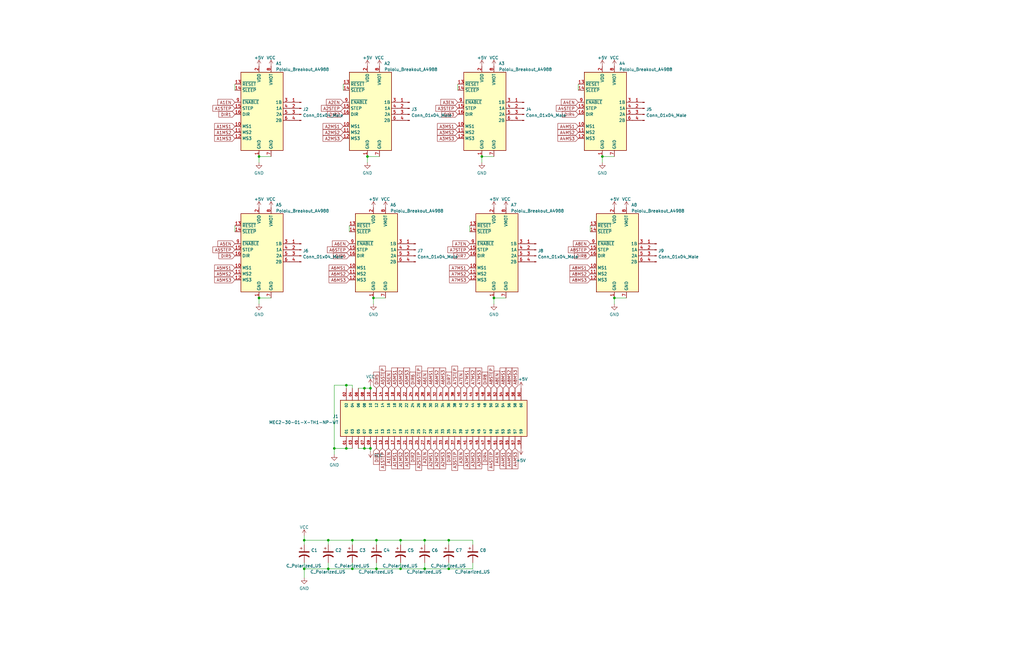
<source format=kicad_sch>
(kicad_sch (version 20211123) (generator eeschema)
  (paper "B")
  (lib_symbols
    (symbol "Connector:Conn_01x04_Male" (pin_names (offset 1.016) hide)
      (property "Reference" "J" (at 0 5.08 0))
      (property "Value" "Conn_01x04_Male" (at 0 -7.62 0))
      (symbol "Conn_01x04_Male_1_1"
        (polyline (pts (xy 1.27 -5.08) (xy 0.8636 -5.08)) (stroke (width 0.1524)))
        (polyline (pts (xy 1.27 -2.54) (xy 0.8636 -2.54)) (stroke (width 0.1524)))
        (polyline (pts (xy 1.27 0) (xy 0.8636 0)) (stroke (width 0.1524)))
        (polyline (pts (xy 1.27 2.54) (xy 0.8636 2.54)) (stroke (width 0.1524)))
        (rectangle (start 0.8636 -4.953) (end 0 -5.207) (stroke (width 0.1524)) (fill (type outline)))
        (rectangle (start 0.8636 -2.413) (end 0 -2.667) (stroke (width 0.1524)) (fill (type outline)))
        (rectangle (start 0.8636 0.127) (end 0 -0.127) (stroke (width 0.1524)) (fill (type outline)))
        (rectangle (start 0.8636 2.667) (end 0 2.413) (stroke (width 0.1524)) (fill (type outline)))
        (pin passive line (at 5.08 2.54 180) (length 3.81) (name "Pin_1") (number "1"))
        (pin passive line (at 5.08 0 180) (length 3.81) (name "Pin_2") (number "2"))
        (pin passive line (at 5.08 -2.54 180) (length 3.81) (name "Pin_3") (number "3"))
        (pin passive line (at 5.08 -5.08 180) (length 3.81) (name "Pin_4") (number "4"))
      )
    )
    (symbol "Device:C_Polarized_US" (pin_numbers hide) (pin_names (offset 0.254) hide)
      (property "Reference" "C" (at 0.635 2.54 0))
      (property "Value" "C_Polarized_US" (at 0.635 -2.54 0))
      (symbol "C_Polarized_US_0_1"
        (polyline (pts (xy -2.032 0.762) (xy 2.032 0.762)) (stroke (width 0.508)))
        (polyline (pts (xy -1.778 2.286) (xy -0.762 2.286)))
        (polyline (pts (xy -1.27 1.778) (xy -1.27 2.794)))
        (arc (start 2.032 -1.27) (mid 0 -0.5572) (end -2.032 -1.27) (stroke (width 0.508)))
      )
      (symbol "C_Polarized_US_1_1"
        (pin passive line (at 0 3.81 270) (length 2.794) (name "~") (number "1"))
        (pin passive line (at 0 -3.81 90) (length 3.302) (name "~") (number "2"))
      )
    )
    (symbol "Driver_Motor:Pololu_Breakout_A4988"
      (property "Reference" "A" (at -2.54 19.05 0))
      (property "Value" "Pololu_Breakout_A4988" (at -2.54 16.51 0))
      (symbol "Pololu_Breakout_A4988_0_1"
        (rectangle (start 10.16 -17.78) (end -7.62 15.24) (stroke (width 0.254)) (fill (type background)))
      )
      (symbol "Pololu_Breakout_A4988_1_1"
        (pin power_in line (at 0 -20.32 90) (length 2.54) (name "GND") (number "1"))
        (pin input line (at -10.16 -7.62 0) (length 2.54) (name "MS1") (number "10"))
        (pin input line (at -10.16 -10.16 0) (length 2.54) (name "MS2") (number "11"))
        (pin input line (at -10.16 -12.7 0) (length 2.54) (name "MS3") (number "12"))
        (pin input line (at -10.16 10.16 0) (length 2.54) (name "~{RESET}") (number "13"))
        (pin input line (at -10.16 7.62 0) (length 2.54) (name "~{SLEEP}") (number "14"))
        (pin input line (at -10.16 0 0) (length 2.54) (name "STEP") (number "15"))
        (pin input line (at -10.16 -2.54 0) (length 2.54) (name "DIR") (number "16"))
        (pin power_in line (at 0 17.78 270) (length 2.54) (name "VDD") (number "2"))
        (pin output line (at 12.7 2.54 180) (length 2.54) (name "1B") (number "3"))
        (pin output line (at 12.7 0 180) (length 2.54) (name "1A") (number "4"))
        (pin output line (at 12.7 -2.54 180) (length 2.54) (name "2A") (number "5"))
        (pin output line (at 12.7 -5.08 180) (length 2.54) (name "2B") (number "6"))
        (pin power_in line (at 5.08 -20.32 90) (length 2.54) (name "GND") (number "7"))
        (pin power_in line (at 5.08 17.78 270) (length 2.54) (name "VMOT") (number "8"))
        (pin input line (at -10.16 2.54 0) (length 2.54) (name "~{ENABLE}") (number "9"))
      )
    )
    (symbol "MEC2-30-01-X-TH1-NP-WT:MEC2-30-01-X-TH1-NP-WT" (pin_names (offset 1.016))
      (property "Reference" "J" (at -7.62 39.37 0))
      (property "Value" "MEC2-30-01-X-TH1-NP-WT" (at -7.62 -43.18 0))
      (symbol "MEC2-30-01-X-TH1-NP-WT_0_0"
        (rectangle (start -7.62 -40.64) (end 7.62 38.1) (stroke (width 0.254)) (fill (type background)))
        (pin passive line (at -12.7 35.56 0) (length 5.08) (name "01") (number "01"))
        (pin passive line (at 12.7 35.56 180) (length 5.08) (name "02") (number "02"))
        (pin passive line (at -12.7 33.02 0) (length 5.08) (name "03") (number "03"))
        (pin passive line (at 12.7 33.02 180) (length 5.08) (name "04") (number "04"))
        (pin passive line (at -12.7 30.48 0) (length 5.08) (name "05") (number "05"))
        (pin passive line (at 12.7 30.48 180) (length 5.08) (name "06") (number "06"))
        (pin passive line (at -12.7 27.94 0) (length 5.08) (name "07") (number "07"))
        (pin passive line (at 12.7 27.94 180) (length 5.08) (name "08") (number "08"))
        (pin passive line (at -12.7 25.4 0) (length 5.08) (name "09") (number "09"))
        (pin passive line (at 12.7 25.4 180) (length 5.08) (name "10") (number "10"))
        (pin passive line (at -12.7 22.86 0) (length 5.08) (name "11") (number "11"))
        (pin passive line (at 12.7 22.86 180) (length 5.08) (name "12") (number "12"))
        (pin passive line (at -12.7 20.32 0) (length 5.08) (name "13") (number "13"))
        (pin passive line (at 12.7 20.32 180) (length 5.08) (name "14") (number "14"))
        (pin passive line (at -12.7 17.78 0) (length 5.08) (name "15") (number "15"))
        (pin passive line (at 12.7 17.78 180) (length 5.08) (name "16") (number "16"))
        (pin passive line (at -12.7 15.24 0) (length 5.08) (name "17") (number "17"))
        (pin passive line (at 12.7 15.24 180) (length 5.08) (name "18") (number "18"))
        (pin passive line (at -12.7 12.7 0) (length 5.08) (name "19") (number "19"))
        (pin passive line (at 12.7 12.7 180) (length 5.08) (name "20") (number "20"))
        (pin passive line (at -12.7 10.16 0) (length 5.08) (name "21") (number "21"))
        (pin passive line (at 12.7 10.16 180) (length 5.08) (name "22") (number "22"))
        (pin passive line (at -12.7 7.62 0) (length 5.08) (name "23") (number "23"))
        (pin passive line (at 12.7 7.62 180) (length 5.08) (name "24") (number "24"))
        (pin passive line (at -12.7 5.08 0) (length 5.08) (name "25") (number "25"))
        (pin passive line (at 12.7 5.08 180) (length 5.08) (name "26") (number "26"))
        (pin passive line (at -12.7 2.54 0) (length 5.08) (name "27") (number "27"))
        (pin passive line (at 12.7 2.54 180) (length 5.08) (name "28") (number "28"))
        (pin passive line (at -12.7 0 0) (length 5.08) (name "29") (number "29"))
        (pin passive line (at 12.7 0 180) (length 5.08) (name "30") (number "30"))
        (pin passive line (at -12.7 -2.54 0) (length 5.08) (name "31") (number "31"))
        (pin passive line (at 12.7 -2.54 180) (length 5.08) (name "32") (number "32"))
        (pin passive line (at -12.7 -5.08 0) (length 5.08) (name "33") (number "33"))
        (pin passive line (at 12.7 -5.08 180) (length 5.08) (name "34") (number "34"))
        (pin passive line (at -12.7 -7.62 0) (length 5.08) (name "35") (number "35"))
        (pin passive line (at 12.7 -7.62 180) (length 5.08) (name "36") (number "36"))
        (pin passive line (at -12.7 -10.16 0) (length 5.08) (name "37") (number "37"))
        (pin passive line (at 12.7 -10.16 180) (length 5.08) (name "38") (number "38"))
        (pin passive line (at -12.7 -12.7 0) (length 5.08) (name "39") (number "39"))
        (pin passive line (at 12.7 -12.7 180) (length 5.08) (name "40") (number "40"))
        (pin passive line (at -12.7 -15.24 0) (length 5.08) (name "41") (number "41"))
        (pin passive line (at 12.7 -15.24 180) (length 5.08) (name "42") (number "42"))
        (pin passive line (at -12.7 -17.78 0) (length 5.08) (name "43") (number "43"))
        (pin passive line (at 12.7 -17.78 180) (length 5.08) (name "44") (number "44"))
        (pin passive line (at -12.7 -20.32 0) (length 5.08) (name "45") (number "45"))
        (pin passive line (at 12.7 -20.32 180) (length 5.08) (name "46") (number "46"))
        (pin passive line (at -12.7 -22.86 0) (length 5.08) (name "47") (number "47"))
        (pin passive line (at 12.7 -22.86 180) (length 5.08) (name "48") (number "48"))
        (pin passive line (at -12.7 -25.4 0) (length 5.08) (name "49") (number "49"))
        (pin passive line (at 12.7 -25.4 180) (length 5.08) (name "50") (number "50"))
        (pin passive line (at -12.7 -27.94 0) (length 5.08) (name "51") (number "51"))
        (pin passive line (at 12.7 -27.94 180) (length 5.08) (name "52") (number "52"))
        (pin passive line (at -12.7 -30.48 0) (length 5.08) (name "53") (number "53"))
        (pin passive line (at 12.7 -30.48 180) (length 5.08) (name "54") (number "54"))
        (pin passive line (at -12.7 -33.02 0) (length 5.08) (name "55") (number "55"))
        (pin passive line (at 12.7 -33.02 180) (length 5.08) (name "56") (number "56"))
        (pin passive line (at -12.7 -35.56 0) (length 5.08) (name "57") (number "57"))
        (pin passive line (at 12.7 -35.56 180) (length 5.08) (name "58") (number "58"))
        (pin passive line (at -12.7 -38.1 0) (length 5.08) (name "59") (number "59"))
        (pin passive line (at 12.7 -38.1 180) (length 5.08) (name "60") (number "60"))
      )
    )
    (symbol "power:+5V" (power) (pin_names (offset 0))
      (property "Value" "+5V" (at 0 3.556 0))
      (symbol "+5V_0_1"
        (polyline (pts (xy -0.762 1.27) (xy 0 2.54)))
        (polyline (pts (xy 0 0) (xy 0 2.54)))
        (polyline (pts (xy 0 2.54) (xy 0.762 1.27)))
      )
      (symbol "+5V_1_1"
        (pin power_in line (at 0 0 90) (length 0) hide (name "+5V") (number "1"))
      )
    )
    (symbol "power:GND" (power) (pin_names (offset 0))
      (property "Value" "GND" (at 0 -3.81 0))
      (symbol "GND_0_1"
        (polyline (pts (xy 0 0) (xy 0 -1.27) (xy 1.27 -1.27) (xy 0 -2.54) (xy -1.27 -1.27) (xy 0 -1.27)))
      )
      (symbol "GND_1_1"
        (pin power_in line (at 0 0 270) (length 0) hide (name "GND") (number "1"))
      )
    )
    (symbol "power:VCC" (power) (pin_names (offset 0))
      (property "Value" "VCC" (at 0 3.81 0))
      (symbol "VCC_0_1"
        (polyline (pts (xy -0.762 1.27) (xy 0 2.54)))
        (polyline (pts (xy 0 0) (xy 0 2.54)))
        (polyline (pts (xy 0 2.54) (xy 0.762 1.27)))
      )
      (symbol "VCC_1_1"
        (pin power_in line (at 0 0 90) (length 0) hide (name "VCC") (number "1"))
      )
    )
  )
  (junction (at 156.21 189.23))
  (junction (at 153.67 189.23))
  (junction (at 158.75 227.965))
  (junction (at 203.2 66.04))
  (junction (at 140.97 189.23))
  (junction (at 148.59 240.03))
  (junction (at 128.27 227.965))
  (junction (at 109.22 125.73))
  (junction (at 189.23 227.965))
  (junction (at 146.05 162.56))
  (junction (at 189.23 240.03))
  (junction (at 156.21 163.83))
  (junction (at 208.28 125.73))
  (junction (at 146.05 189.23))
  (junction (at 157.48 125.73))
  (junction (at 168.91 240.03))
  (junction (at 254 66.04))
  (junction (at 154.94 66.04))
  (junction (at 259.08 125.73))
  (junction (at 128.27 240.03))
  (junction (at 153.67 163.83))
  (junction (at 109.22 66.04))
  (junction (at 148.59 227.965))
  (junction (at 138.43 227.965))
  (junction (at 158.75 240.03))
  (junction (at 179.07 240.03))
  (junction (at 179.07 227.965))
  (junction (at 138.43 240.03))
  (junction (at 168.91 227.965))
  (wire (pts (xy 99.06 95.25) (xy 99.06 97.79)))
  (wire (pts (xy 158.75 229.87) (xy 158.75 227.965)))
  (wire (pts (xy 157.48 125.73) (xy 162.56 125.73)))
  (wire (pts (xy 140.97 162.56) (xy 140.97 189.23)))
  (wire (pts (xy 148.59 162.56) (xy 146.05 162.56)))
  (wire (pts (xy 109.22 125.73) (xy 109.22 128.27)))
  (wire (pts (xy 148.59 240.03) (xy 138.43 240.03)))
  (wire (pts (xy 199.39 237.49) (xy 199.39 240.03)))
  (wire (pts (xy 146.05 162.56) (xy 140.97 162.56)))
  (wire (pts (xy 198.12 95.25) (xy 198.12 97.79)))
  (wire (pts (xy 199.39 240.03) (xy 189.23 240.03)))
  (wire (pts (xy 128.27 237.49) (xy 128.27 240.03)))
  (wire (pts (xy 147.32 95.25) (xy 147.32 97.79)))
  (wire (pts (xy 146.05 189.23) (xy 148.59 189.23)))
  (wire (pts (xy 146.05 189.23) (xy 140.97 189.23)))
  (wire (pts (xy 199.39 227.965) (xy 189.23 227.965)))
  (wire (pts (xy 203.2 66.04) (xy 208.28 66.04)))
  (wire (pts (xy 179.07 229.87) (xy 179.07 227.965)))
  (wire (pts (xy 157.48 125.73) (xy 157.48 128.27)))
  (wire (pts (xy 158.75 240.03) (xy 148.59 240.03)))
  (wire (pts (xy 154.94 66.04) (xy 160.02 66.04)))
  (wire (pts (xy 254 66.04) (xy 259.08 66.04)))
  (wire (pts (xy 189.23 227.965) (xy 179.07 227.965)))
  (wire (pts (xy 128.27 226.06) (xy 128.27 227.965)))
  (wire (pts (xy 189.23 237.49) (xy 189.23 240.03)))
  (wire (pts (xy 189.23 229.87) (xy 189.23 227.965)))
  (wire (pts (xy 208.28 125.73) (xy 213.36 125.73)))
  (wire (pts (xy 148.59 227.965) (xy 138.43 227.965)))
  (wire (pts (xy 151.13 163.83) (xy 153.67 163.83)))
  (wire (pts (xy 138.43 227.965) (xy 128.27 227.965)))
  (wire (pts (xy 146.05 163.83) (xy 146.05 162.56)))
  (wire (pts (xy 259.08 125.73) (xy 259.08 128.27)))
  (wire (pts (xy 148.59 163.83) (xy 148.59 162.56)))
  (wire (pts (xy 156.21 189.23) (xy 156.21 190.5)))
  (wire (pts (xy 208.28 125.73) (xy 208.28 128.27)))
  (wire (pts (xy 158.75 227.965) (xy 148.59 227.965)))
  (wire (pts (xy 153.67 163.83) (xy 156.21 163.83)))
  (wire (pts (xy 138.43 237.49) (xy 138.43 240.03)))
  (wire (pts (xy 99.06 35.56) (xy 99.06 38.1)))
  (wire (pts (xy 243.84 35.56) (xy 243.84 38.1)))
  (wire (pts (xy 168.91 227.965) (xy 158.75 227.965)))
  (wire (pts (xy 109.22 66.04) (xy 114.3 66.04)))
  (wire (pts (xy 189.23 240.03) (xy 179.07 240.03)))
  (wire (pts (xy 199.39 229.87) (xy 199.39 227.965)))
  (wire (pts (xy 248.92 95.25) (xy 248.92 97.79)))
  (wire (pts (xy 109.22 125.73) (xy 114.3 125.73)))
  (wire (pts (xy 138.43 240.03) (xy 128.27 240.03)))
  (wire (pts (xy 168.91 237.49) (xy 168.91 240.03)))
  (wire (pts (xy 109.22 66.04) (xy 109.22 68.58)))
  (wire (pts (xy 179.07 237.49) (xy 179.07 240.03)))
  (wire (pts (xy 151.13 189.23) (xy 153.67 189.23)))
  (wire (pts (xy 179.07 240.03) (xy 168.91 240.03)))
  (wire (pts (xy 168.91 229.87) (xy 168.91 227.965)))
  (wire (pts (xy 140.97 189.23) (xy 140.97 191.77)))
  (wire (pts (xy 158.75 237.49) (xy 158.75 240.03)))
  (wire (pts (xy 254 66.04) (xy 254 68.58)))
  (wire (pts (xy 168.91 240.03) (xy 158.75 240.03)))
  (wire (pts (xy 153.67 189.23) (xy 156.21 189.23)))
  (wire (pts (xy 193.04 35.56) (xy 193.04 38.1)))
  (wire (pts (xy 144.78 35.56) (xy 144.78 38.1)))
  (wire (pts (xy 259.08 125.73) (xy 264.16 125.73)))
  (wire (pts (xy 128.27 240.03) (xy 128.27 243.84)))
  (wire (pts (xy 148.59 237.49) (xy 148.59 240.03)))
  (wire (pts (xy 179.07 227.965) (xy 168.91 227.965)))
  (wire (pts (xy 148.59 229.87) (xy 148.59 227.965)))
  (wire (pts (xy 156.21 162.56) (xy 156.21 163.83)))
  (wire (pts (xy 138.43 229.87) (xy 138.43 227.965)))
  (wire (pts (xy 203.2 66.04) (xy 203.2 68.58)))
  (wire (pts (xy 128.27 227.965) (xy 128.27 229.87)))
  (wire (pts (xy 154.94 66.04) (xy 154.94 68.58)))
  (global_label "A3STEP" (shape input) (at 193.04 45.72 180) (property "Intersheet References" "${INTERSHEET_REFS}" (effects hide)))
  (global_label "A7STEP" (shape input) (at 191.77 163.83 90) (property "Intersheet References" "${INTERSHEET_REFS}" (effects hide)))
  (global_label "A4STEP" (shape input) (at 243.84 45.72 180) (property "Intersheet References" "${INTERSHEET_REFS}" (effects hide)))
  (global_label "A1MS2" (shape input) (at 168.91 189.23 270) (property "Intersheet References" "${INTERSHEET_REFS}" (effects hide)))
  (global_label "A7EN" (shape input) (at 198.12 102.87 180) (property "Intersheet References" "${INTERSHEET_REFS}" (effects hide)))
  (global_label "A2STEP" (shape input) (at 176.53 189.23 270) (property "Intersheet References" "${INTERSHEET_REFS}" (effects hide)))
  (global_label "A3MS2" (shape input) (at 199.39 189.23 270) (property "Intersheet References" "${INTERSHEET_REFS}" (effects hide)))
  (global_label "A4STEP" (shape input) (at 207.01 189.23 270) (property "Intersheet References" "${INTERSHEET_REFS}" (effects hide)))
  (global_label "A3EN" (shape input) (at 193.04 43.18 180) (property "Intersheet References" "${INTERSHEET_REFS}" (effects hide)))
  (global_label "A6MS2" (shape input) (at 147.32 115.57 180) (property "Intersheet References" "${INTERSHEET_REFS}" (effects hide)))
  (global_label "A5EN" (shape input) (at 99.06 102.87 180) (property "Intersheet References" "${INTERSHEET_REFS}" (effects hide)))
  (global_label "A3MS3" (shape input) (at 193.04 58.42 180) (property "Intersheet References" "${INTERSHEET_REFS}" (effects hide)))
  (global_label "A4MS2" (shape input) (at 214.63 189.23 270) (property "Intersheet References" "${INTERSHEET_REFS}" (effects hide)))
  (global_label "A1EN" (shape input) (at 163.83 189.23 270) (property "Intersheet References" "${INTERSHEET_REFS}" (effects hide)))
  (global_label "A1EN" (shape input) (at 99.06 43.18 180) (property "Intersheet References" "${INTERSHEET_REFS}" (effects hide)))
  (global_label "A1MS2" (shape input) (at 99.06 55.88 180) (property "Intersheet References" "${INTERSHEET_REFS}" (effects hide)))
  (global_label "A3MS3" (shape input) (at 201.93 189.23 270) (property "Intersheet References" "${INTERSHEET_REFS}" (effects hide)))
  (global_label "A2MS2" (shape input) (at 184.15 189.23 270) (property "Intersheet References" "${INTERSHEET_REFS}" (effects hide)))
  (global_label "DIR4" (shape input) (at 243.84 48.26 180) (property "Intersheet References" "${INTERSHEET_REFS}" (effects hide)))
  (global_label "A6EN" (shape input) (at 179.07 163.83 90) (property "Intersheet References" "${INTERSHEET_REFS}" (effects hide)))
  (global_label "A8MS3" (shape input) (at 217.17 163.83 90) (property "Intersheet References" "${INTERSHEET_REFS}" (effects hide)))
  (global_label "A2MS1" (shape input) (at 144.78 53.34 180) (property "Intersheet References" "${INTERSHEET_REFS}" (effects hide)))
  (global_label "A8MS1" (shape input) (at 248.92 113.03 180) (property "Intersheet References" "${INTERSHEET_REFS}" (effects hide)))
  (global_label "A3MS1" (shape input) (at 196.85 189.23 270) (property "Intersheet References" "${INTERSHEET_REFS}" (effects hide)))
  (global_label "A7STEP" (shape input) (at 198.12 105.41 180) (property "Intersheet References" "${INTERSHEET_REFS}" (effects hide)))
  (global_label "A1MS3" (shape input) (at 99.06 58.42 180) (property "Intersheet References" "${INTERSHEET_REFS}" (effects hide)))
  (global_label "A4MS1" (shape input) (at 243.84 53.34 180) (property "Intersheet References" "${INTERSHEET_REFS}" (effects hide)))
  (global_label "DIR6" (shape input) (at 147.32 107.95 180) (property "Intersheet References" "${INTERSHEET_REFS}" (effects hide)))
  (global_label "A2STEP" (shape input) (at 144.78 45.72 180) (property "Intersheet References" "${INTERSHEET_REFS}" (effects hide)))
  (global_label "A6MS1" (shape input) (at 147.32 113.03 180) (property "Intersheet References" "${INTERSHEET_REFS}" (effects hide)))
  (global_label "DIR7" (shape input) (at 198.12 107.95 180) (property "Intersheet References" "${INTERSHEET_REFS}" (effects hide)))
  (global_label "A6EN" (shape input) (at 147.32 102.87 180) (property "Intersheet References" "${INTERSHEET_REFS}" (effects hide)))
  (global_label "A3STEP" (shape input) (at 191.77 189.23 270) (property "Intersheet References" "${INTERSHEET_REFS}" (effects hide)))
  (global_label "DIR8" (shape input) (at 204.47 163.83 90) (property "Intersheet References" "${INTERSHEET_REFS}" (effects hide)))
  (global_label "A7MS1" (shape input) (at 196.85 163.83 90) (property "Intersheet References" "${INTERSHEET_REFS}" (effects hide)))
  (global_label "A1MS1" (shape input) (at 166.37 189.23 270) (property "Intersheet References" "${INTERSHEET_REFS}" (effects hide)))
  (global_label "A2MS2" (shape input) (at 144.78 55.88 180) (property "Intersheet References" "${INTERSHEET_REFS}" (effects hide)))
  (global_label "A6MS1" (shape input) (at 181.61 163.83 90) (property "Intersheet References" "${INTERSHEET_REFS}" (effects hide)))
  (global_label "A8MS3" (shape input) (at 248.92 118.11 180) (property "Intersheet References" "${INTERSHEET_REFS}" (effects hide)))
  (global_label "DIR5" (shape input) (at 99.06 107.95 180) (property "Intersheet References" "${INTERSHEET_REFS}" (effects hide)))
  (global_label "DIR4" (shape input) (at 204.47 189.23 270) (property "Intersheet References" "${INTERSHEET_REFS}" (effects hide)))
  (global_label "A4MS2" (shape input) (at 243.84 55.88 180) (property "Intersheet References" "${INTERSHEET_REFS}" (effects hide)))
  (global_label "A1MS1" (shape input) (at 99.06 53.34 180) (property "Intersheet References" "${INTERSHEET_REFS}" (effects hide)))
  (global_label "A8STEP" (shape input) (at 248.92 105.41 180) (property "Intersheet References" "${INTERSHEET_REFS}" (effects hide)))
  (global_label "A7MS3" (shape input) (at 198.12 118.11 180) (property "Intersheet References" "${INTERSHEET_REFS}" (effects hide)))
  (global_label "A4MS3" (shape input) (at 243.84 58.42 180) (property "Intersheet References" "${INTERSHEET_REFS}" (effects hide)))
  (global_label "A6MS3" (shape input) (at 186.69 163.83 90) (property "Intersheet References" "${INTERSHEET_REFS}" (effects hide)))
  (global_label "A6STEP" (shape input) (at 176.53 163.83 90) (property "Intersheet References" "${INTERSHEET_REFS}" (effects hide)))
  (global_label "A5MS2" (shape input) (at 168.91 163.83 90) (property "Intersheet References" "${INTERSHEET_REFS}" (effects hide)))
  (global_label "A8MS1" (shape input) (at 212.09 163.83 90) (property "Intersheet References" "${INTERSHEET_REFS}" (effects hide)))
  (global_label "A5MS3" (shape input) (at 99.06 118.11 180) (property "Intersheet References" "${INTERSHEET_REFS}" (effects hide)))
  (global_label "DIR1" (shape input) (at 99.06 48.26 180) (property "Intersheet References" "${INTERSHEET_REFS}" (effects hide)))
  (global_label "A7MS3" (shape input) (at 201.93 163.83 90) (property "Intersheet References" "${INTERSHEET_REFS}" (effects hide)))
  (global_label "DIR3" (shape input) (at 189.23 189.23 270) (property "Intersheet References" "${INTERSHEET_REFS}" (effects hide)))
  (global_label "A5STEP" (shape input) (at 161.29 163.83 90) (property "Intersheet References" "${INTERSHEET_REFS}" (effects hide)))
  (global_label "A7MS2" (shape input) (at 198.12 115.57 180) (property "Intersheet References" "${INTERSHEET_REFS}" (effects hide)))
  (global_label "A8EN" (shape input) (at 248.92 102.87 180) (property "Intersheet References" "${INTERSHEET_REFS}" (effects hide)))
  (global_label "A5EN" (shape input) (at 163.83 163.83 90) (property "Intersheet References" "${INTERSHEET_REFS}" (effects hide)))
  (global_label "A3MS2" (shape input) (at 193.04 55.88 180) (property "Intersheet References" "${INTERSHEET_REFS}" (effects hide)))
  (global_label "A1STEP" (shape input) (at 161.29 189.23 270) (property "Intersheet References" "${INTERSHEET_REFS}" (effects hide)))
  (global_label "DIR2" (shape input) (at 173.99 189.23 270) (property "Intersheet References" "${INTERSHEET_REFS}" (effects hide)))
  (global_label "A5MS2" (shape input) (at 99.06 115.57 180) (property "Intersheet References" "${INTERSHEET_REFS}" (effects hide)))
  (global_label "A2MS1" (shape input) (at 181.61 189.23 270) (property "Intersheet References" "${INTERSHEET_REFS}" (effects hide)))
  (global_label "A2EN" (shape input) (at 179.07 189.23 270) (property "Intersheet References" "${INTERSHEET_REFS}" (effects hide)))
  (global_label "A4EN" (shape input) (at 209.55 189.23 270) (property "Intersheet References" "${INTERSHEET_REFS}" (effects hide)))
  (global_label "A8MS2" (shape input) (at 248.92 115.57 180) (property "Intersheet References" "${INTERSHEET_REFS}" (effects hide)))
  (global_label "A3EN" (shape input) (at 194.31 189.23 270) (property "Intersheet References" "${INTERSHEET_REFS}" (effects hide)))
  (global_label "A7EN" (shape input) (at 194.31 163.83 90) (property "Intersheet References" "${INTERSHEET_REFS}" (effects hide)))
  (global_label "A4MS3" (shape input) (at 217.17 189.23 270) (property "Intersheet References" "${INTERSHEET_REFS}" (effects hide)))
  (global_label "A7MS2" (shape input) (at 199.39 163.83 90) (property "Intersheet References" "${INTERSHEET_REFS}" (effects hide)))
  (global_label "A6STEP" (shape input) (at 147.32 105.41 180) (property "Intersheet References" "${INTERSHEET_REFS}" (effects hide)))
  (global_label "A6MS3" (shape input) (at 147.32 118.11 180) (property "Intersheet References" "${INTERSHEET_REFS}" (effects hide)))
  (global_label "A1MS3" (shape input) (at 171.45 189.23 270) (property "Intersheet References" "${INTERSHEET_REFS}" (effects hide)))
  (global_label "DIR8" (shape input) (at 248.92 107.95 180) (property "Intersheet References" "${INTERSHEET_REFS}" (effects hide)))
  (global_label "A5MS1" (shape input) (at 99.06 113.03 180) (property "Intersheet References" "${INTERSHEET_REFS}" (effects hide)))
  (global_label "A8MS2" (shape input) (at 214.63 163.83 90) (property "Intersheet References" "${INTERSHEET_REFS}" (effects hide)))
  (global_label "A5STEP" (shape input) (at 99.06 105.41 180) (property "Intersheet References" "${INTERSHEET_REFS}" (effects hide)))
  (global_label "DIR3" (shape input) (at 193.04 48.26 180) (property "Intersheet References" "${INTERSHEET_REFS}" (effects hide)))
  (global_label "A7MS1" (shape input) (at 198.12 113.03 180) (property "Intersheet References" "${INTERSHEET_REFS}" (effects hide)))
  (global_label "A8EN" (shape input) (at 209.55 163.83 90) (property "Intersheet References" "${INTERSHEET_REFS}" (effects hide)))
  (global_label "DIR6" (shape input) (at 173.99 163.83 90) (property "Intersheet References" "${INTERSHEET_REFS}" (effects hide)))
  (global_label "A2EN" (shape input) (at 144.78 43.18 180) (property "Intersheet References" "${INTERSHEET_REFS}" (effects hide)))
  (global_label "A3MS1" (shape input) (at 193.04 53.34 180) (property "Intersheet References" "${INTERSHEET_REFS}" (effects hide)))
  (global_label "A2MS3" (shape input) (at 144.78 58.42 180) (property "Intersheet References" "${INTERSHEET_REFS}" (effects hide)))
  (global_label "A2MS3" (shape input) (at 186.69 189.23 270) (property "Intersheet References" "${INTERSHEET_REFS}" (effects hide)))
  (global_label "DIR1" (shape input) (at 158.75 189.23 270) (property "Intersheet References" "${INTERSHEET_REFS}" (effects hide)))
  (global_label "A5MS3" (shape input) (at 171.45 163.83 90) (property "Intersheet References" "${INTERSHEET_REFS}" (effects hide)))
  (global_label "A8STEP" (shape input) (at 207.01 163.83 90) (property "Intersheet References" "${INTERSHEET_REFS}" (effects hide)))
  (global_label "A4EN" (shape input) (at 243.84 43.18 180) (property "Intersheet References" "${INTERSHEET_REFS}" (effects hide)))
  (global_label "A4MS1" (shape input) (at 212.09 189.23 270) (property "Intersheet References" "${INTERSHEET_REFS}" (effects hide)))
  (global_label "A6MS2" (shape input) (at 184.15 163.83 90) (property "Intersheet References" "${INTERSHEET_REFS}" (effects hide)))
  (global_label "DIR5" (shape input) (at 158.75 163.83 90) (property "Intersheet References" "${INTERSHEET_REFS}" (effects hide)))
  (global_label "DIR2" (shape input) (at 144.78 48.26 180) (property "Intersheet References" "${INTERSHEET_REFS}" (effects hide)))
  (global_label "DIR7" (shape input) (at 189.23 163.83 90) (property "Intersheet References" "${INTERSHEET_REFS}" (effects hide)))
  (global_label "A5MS1" (shape input) (at 166.37 163.83 90) (property "Intersheet References" "${INTERSHEET_REFS}" (effects hide)))
  (global_label "A1STEP" (shape input) (at 99.06 45.72 180) (property "Intersheet References" "${INTERSHEET_REFS}" (effects hide)))
  (symbol (lib_id "Device:C_Polarized_US") (at 199.39 233.68 0) (unit 1)
    (property "Reference" "C8" (at 202.311 232.2103 0) (effects (justify left)))
    (property "Value" "C_Polarized_US" (at 191.77 241.3 0) (effects (justify left)))
    (property "Footprint" "Capacitor_THT:CP_Radial_D6.3mm_P2.50mm" (effects hide))
  )
  (symbol (lib_id "Connector:Conn_01x04_Male") (at 172.72 45.72 0) (mirror y) (unit 1)
    (property "Reference" "J3" (at 173.4312 46.1553 0) (effects (justify right)))
    (property "Value" "Conn_01x04_Male" (at 173.4312 48.6922 0) (effects (justify right)))
    (property "Footprint" "Connector_PinHeader_2.54mm:PinHeader_1x04_P2.54mm_Vertical" (effects hide))
  )
  (symbol (lib_id "Driver_Motor:Pololu_Breakout_A4988") (at 109.22 105.41 0) (unit 1)
    (property "Reference" "A5" (at 116.3194 86.4702 0) (effects (justify left)))
    (property "Value" "Pololu_Breakout_A4988" (at 116.3194 89.0071 0) (effects (justify left)))
    (property "Footprint" "Module:Pololu_Breakout-16_15.2x20.3mm" (effects hide))
    (property "Datasheet" "https://www.pololu.com/product/2980/pictures" (effects hide))
  )
  (symbol (lib_id "power:VCC") (at 160.02 27.94 0) (unit 1)
    (property "Reference" "#PWR020" (effects hide))
    (property "Value" "VCC" (at 160.02 24.3642 0))
  )
  (symbol (lib_id "power:+5V") (at 109.22 87.63 0) (unit 1)
    (property "Reference" "#PWR025" (effects hide))
    (property "Value" "+5V" (at 109.22 84.0542 0))
  )
  (symbol (lib_id "Connector:Conn_01x04_Male") (at 127 105.41 0) (mirror y) (unit 1)
    (property "Reference" "J6" (at 127.7112 105.8453 0) (effects (justify right)))
    (property "Value" "Conn_01x04_Male" (at 127.7112 108.3822 0) (effects (justify right)))
    (property "Footprint" "Connector_PinHeader_2.54mm:PinHeader_1x04_P2.54mm_Vertical" (effects hide))
  )
  (symbol (lib_id "power:+5V") (at 109.22 27.94 0) (unit 1)
    (property "Reference" "#PWR017" (effects hide))
    (property "Value" "+5V" (at 109.22 24.3642 0))
  )
  (symbol (lib_id "Connector:Conn_01x04_Male") (at 271.78 45.72 0) (mirror y) (unit 1)
    (property "Reference" "J5" (at 272.4912 46.1553 0) (effects (justify right)))
    (property "Value" "Conn_01x04_Male" (at 272.4912 48.6922 0) (effects (justify right)))
    (property "Footprint" "Connector_PinHeader_2.54mm:PinHeader_1x04_P2.54mm_Vertical" (effects hide))
  )
  (symbol (lib_id "power:GND") (at 254 68.58 0) (unit 1)
    (property "Reference" "#PWR04" (effects hide))
    (property "Value" "GND" (at 254 73.0234 0))
  )
  (symbol (lib_id "power:+5V") (at 208.28 87.63 0) (unit 1)
    (property "Reference" "#PWR029" (effects hide))
    (property "Value" "+5V" (at 208.28 84.0542 0))
  )
  (symbol (lib_id "power:VCC") (at 259.08 27.94 0) (unit 1)
    (property "Reference" "#PWR024" (effects hide))
    (property "Value" "VCC" (at 259.08 24.3642 0))
  )
  (symbol (lib_id "power:VCC") (at 156.21 190.5 180) (unit 1)
    (property "Reference" "#PWR012" (effects hide))
    (property "Value" "VCC" (at 157.607 192.2038 0) (effects (justify right)))
  )
  (symbol (lib_id "Device:C_Polarized_US") (at 148.59 233.68 0) (unit 1)
    (property "Reference" "C3" (at 151.511 232.2103 0) (effects (justify left)))
    (property "Value" "C_Polarized_US" (at 140.97 238.76 0) (effects (justify left)))
    (property "Footprint" "Capacitor_THT:CP_Radial_D6.3mm_P2.50mm" (effects hide))
  )
  (symbol (lib_id "power:VCC") (at 162.56 87.63 0) (unit 1)
    (property "Reference" "#PWR028" (effects hide))
    (property "Value" "VCC" (at 162.56 84.0542 0))
  )
  (symbol (lib_id "power:+5V") (at 219.71 189.23 180) (unit 1)
    (property "Reference" "#PWR011" (effects hide))
    (property "Value" "+5V" (at 219.71 194.31 0))
  )
  (symbol (lib_id "Connector:Conn_01x04_Male") (at 276.86 105.41 0) (mirror y) (unit 1)
    (property "Reference" "J9" (at 277.5712 105.8453 0) (effects (justify right)))
    (property "Value" "Conn_01x04_Male" (at 277.5712 108.3822 0) (effects (justify right)))
    (property "Footprint" "Connector_PinHeader_2.54mm:PinHeader_1x04_P2.54mm_Vertical" (effects hide))
  )
  (symbol (lib_id "Device:C_Polarized_US") (at 168.91 233.68 0) (unit 1)
    (property "Reference" "C5" (at 171.831 232.2103 0) (effects (justify left)))
    (property "Value" "C_Polarized_US" (at 161.29 238.76 0) (effects (justify left)))
    (property "Footprint" "Capacitor_THT:CP_Radial_D6.3mm_P2.50mm" (effects hide))
  )
  (symbol (lib_id "power:GND") (at 208.28 128.27 0) (unit 1)
    (property "Reference" "#PWR07" (effects hide))
    (property "Value" "GND" (at 208.28 132.7134 0))
  )
  (symbol (lib_id "power:GND") (at 140.97 191.77 0) (unit 1)
    (property "Reference" "#PWR013" (effects hide))
    (property "Value" "GND" (at 140.97 196.2134 0))
  )
  (symbol (lib_id "Driver_Motor:Pololu_Breakout_A4988") (at 254 45.72 0) (unit 1)
    (property "Reference" "A4" (at 261.0994 26.7802 0) (effects (justify left)))
    (property "Value" "Pololu_Breakout_A4988" (at 261.0994 29.3171 0) (effects (justify left)))
    (property "Footprint" "Module:Pololu_Breakout-16_15.2x20.3mm" (effects hide))
    (property "Datasheet" "https://www.pololu.com/product/2980/pictures" (effects hide))
  )
  (symbol (lib_id "Connector:Conn_01x04_Male") (at 220.98 45.72 0) (mirror y) (unit 1)
    (property "Reference" "J4" (at 221.6912 46.1553 0) (effects (justify right)))
    (property "Value" "Conn_01x04_Male" (at 221.6912 48.6922 0) (effects (justify right)))
    (property "Footprint" "Connector_PinHeader_2.54mm:PinHeader_1x04_P2.54mm_Vertical" (effects hide))
  )
  (symbol (lib_id "Driver_Motor:Pololu_Breakout_A4988") (at 203.2 45.72 0) (unit 1)
    (property "Reference" "A3" (at 210.2994 26.7802 0) (effects (justify left)))
    (property "Value" "Pololu_Breakout_A4988" (at 210.2994 29.3171 0) (effects (justify left)))
    (property "Footprint" "Module:Pololu_Breakout-16_15.2x20.3mm" (effects hide))
    (property "Datasheet" "https://www.pololu.com/product/2980/pictures" (effects hide))
  )
  (symbol (lib_id "Device:C_Polarized_US") (at 158.75 233.68 0) (unit 1)
    (property "Reference" "C4" (at 161.671 232.2103 0) (effects (justify left)))
    (property "Value" "C_Polarized_US" (at 151.13 241.3 0) (effects (justify left)))
    (property "Footprint" "Capacitor_THT:CP_Radial_D6.3mm_P2.50mm" (effects hide))
  )
  (symbol (lib_id "Device:C_Polarized_US") (at 138.43 233.68 0) (unit 1)
    (property "Reference" "C2" (at 141.351 232.2103 0) (effects (justify left)))
    (property "Value" "C_Polarized_US" (at 130.81 241.3 0) (effects (justify left)))
    (property "Footprint" "Capacitor_THT:CP_Radial_D6.3mm_P2.50mm" (effects hide))
  )
  (symbol (lib_id "power:VCC") (at 208.28 27.94 0) (unit 1)
    (property "Reference" "#PWR022" (effects hide))
    (property "Value" "VCC" (at 208.28 24.3642 0))
  )
  (symbol (lib_id "power:+5V") (at 219.71 163.83 0) (unit 1)
    (property "Reference" "#PWR010" (effects hide))
    (property "Value" "+5V" (at 218.44 160.02 0) (effects (justify left)))
  )
  (symbol (lib_id "power:GND") (at 128.27 243.84 0) (unit 1)
    (property "Reference" "#PWR050" (effects hide))
    (property "Value" "GND" (at 128.27 248.2834 0))
  )
  (symbol (lib_id "power:+5V") (at 259.08 87.63 0) (unit 1)
    (property "Reference" "#PWR031" (effects hide))
    (property "Value" "+5V" (at 259.08 84.0542 0))
  )
  (symbol (lib_id "Driver_Motor:Pololu_Breakout_A4988") (at 259.08 105.41 0) (unit 1)
    (property "Reference" "A8" (at 266.1794 86.4702 0) (effects (justify left)))
    (property "Value" "Pololu_Breakout_A4988" (at 266.1794 89.0071 0) (effects (justify left)))
    (property "Footprint" "Module:Pololu_Breakout-16_15.2x20.3mm" (effects hide))
    (property "Datasheet" "https://www.pololu.com/product/2980/pictures" (effects hide))
  )
  (symbol (lib_id "power:VCC") (at 156.21 162.56 0) (unit 1)
    (property "Reference" "#PWR09" (effects hide))
    (property "Value" "VCC" (at 156.21 158.9842 0))
  )
  (symbol (lib_id "Connector:Conn_01x04_Male") (at 127 45.72 0) (mirror y) (unit 1)
    (property "Reference" "J2" (at 127.7112 46.1553 0) (effects (justify right)))
    (property "Value" "Conn_01x04_Male" (at 127.7112 48.6922 0) (effects (justify right)))
    (property "Footprint" "Connector_PinHeader_2.54mm:PinHeader_1x04_P2.54mm_Vertical" (effects hide))
  )
  (symbol (lib_id "Device:C_Polarized_US") (at 189.23 233.68 0) (unit 1)
    (property "Reference" "C7" (at 192.151 232.2103 0) (effects (justify left)))
    (property "Value" "C_Polarized_US" (at 181.61 238.76 0) (effects (justify left)))
    (property "Footprint" "Capacitor_THT:CP_Radial_D6.3mm_P2.50mm" (effects hide))
  )
  (symbol (lib_id "power:VCC") (at 213.36 87.63 0) (unit 1)
    (property "Reference" "#PWR030" (effects hide))
    (property "Value" "VCC" (at 213.36 84.0542 0))
  )
  (symbol (lib_id "power:GND") (at 154.94 68.58 0) (unit 1)
    (property "Reference" "#PWR02" (effects hide))
    (property "Value" "GND" (at 154.94 73.0234 0))
  )
  (symbol (lib_id "Device:C_Polarized_US") (at 179.07 233.68 0) (unit 1)
    (property "Reference" "C6" (at 181.991 232.2103 0) (effects (justify left)))
    (property "Value" "C_Polarized_US" (at 171.45 241.3 0) (effects (justify left)))
    (property "Footprint" "Capacitor_THT:CP_Radial_D6.3mm_P2.50mm" (effects hide))
  )
  (symbol (lib_id "power:VCC") (at 114.3 27.94 0) (unit 1)
    (property "Reference" "#PWR018" (effects hide))
    (property "Value" "VCC" (at 114.3 24.3642 0))
  )
  (symbol (lib_id "Driver_Motor:Pololu_Breakout_A4988") (at 154.94 45.72 0) (unit 1)
    (property "Reference" "A2" (at 162.0394 26.7802 0) (effects (justify left)))
    (property "Value" "Pololu_Breakout_A4988" (at 162.0394 29.3171 0) (effects (justify left)))
    (property "Footprint" "Module:Pololu_Breakout-16_15.2x20.3mm" (effects hide))
    (property "Datasheet" "https://www.pololu.com/product/2980/pictures" (effects hide))
  )
  (symbol (lib_id "power:+5V") (at 203.2 27.94 0) (unit 1)
    (property "Reference" "#PWR021" (effects hide))
    (property "Value" "+5V" (at 203.2 24.3642 0))
  )
  (symbol (lib_id "MEC2-30-01-X-TH1-NP-WT:MEC2-30-01-X-TH1-NP-WT") (at 181.61 176.53 90) (unit 1)
    (property "Reference" "J1" (at 142.748 175.6953 90) (effects (justify left)))
    (property "Value" "MEC2-30-01-X-TH1-NP-WT" (at 142.748 178.2322 90) (effects (justify left)))
    (property "Footprint" "LIBRARIES:MEC2-30-01-J-TH1-NP-WT-EDGECARD" (effects hide))
    (property "Datasheet" "https://www.mouser.com/datasheet/2/527/mec2-2854343.pdf" (effects hide))
    (property "STANDARD" "Manufacturer Recommendations" (effects hide))
    (property "PARTREV" "F" (effects hide))
    (property "MANUFACTURER" "Samtec" (effects hide))
    (property "MAXIMUM_PACKAGE_HEIGHT" "8.75 mm" (effects hide))
  )
  (symbol (lib_id "power:+5V") (at 157.48 87.63 0) (unit 1)
    (property "Reference" "#PWR027" (effects hide))
    (property "Value" "+5V" (at 157.48 84.0542 0))
  )
  (symbol (lib_id "power:VCC") (at 114.3 87.63 0) (unit 1)
    (property "Reference" "#PWR026" (effects hide))
    (property "Value" "VCC" (at 114.3 84.0542 0))
  )
  (symbol (lib_id "power:+5V") (at 254 27.94 0) (unit 1)
    (property "Reference" "#PWR023" (effects hide))
    (property "Value" "+5V" (at 254 24.3642 0))
  )
  (symbol (lib_id "Connector:Conn_01x04_Male") (at 226.06 105.41 0) (mirror y) (unit 1)
    (property "Reference" "J8" (at 226.7712 105.8453 0) (effects (justify right)))
    (property "Value" "Conn_01x04_Male" (at 226.7712 108.3822 0) (effects (justify right)))
    (property "Footprint" "Connector_PinHeader_2.54mm:PinHeader_1x04_P2.54mm_Vertical" (effects hide))
  )
  (symbol (lib_id "Driver_Motor:Pololu_Breakout_A4988") (at 157.48 105.41 0) (unit 1)
    (property "Reference" "A6" (at 164.5794 86.4702 0) (effects (justify left)))
    (property "Value" "Pololu_Breakout_A4988" (at 164.5794 89.0071 0) (effects (justify left)))
    (property "Footprint" "Module:Pololu_Breakout-16_15.2x20.3mm" (effects hide))
    (property "Datasheet" "https://www.pololu.com/product/2980/pictures" (effects hide))
  )
  (symbol (lib_id "power:GND") (at 109.22 128.27 0) (unit 1)
    (property "Reference" "#PWR05" (effects hide))
    (property "Value" "GND" (at 109.22 132.7134 0))
  )
  (symbol (lib_id "Driver_Motor:Pololu_Breakout_A4988") (at 208.28 105.41 0) (unit 1)
    (property "Reference" "A7" (at 215.3794 86.4702 0) (effects (justify left)))
    (property "Value" "Pololu_Breakout_A4988" (at 215.3794 89.0071 0) (effects (justify left)))
    (property "Footprint" "Module:Pololu_Breakout-16_15.2x20.3mm" (effects hide))
    (property "Datasheet" "https://www.pololu.com/product/2980/pictures" (effects hide))
  )
  (symbol (lib_id "power:GND") (at 203.2 68.58 0) (unit 1)
    (property "Reference" "#PWR03" (effects hide))
    (property "Value" "GND" (at 203.2 73.0234 0))
  )
  (symbol (lib_id "power:GND") (at 157.48 128.27 0) (unit 1)
    (property "Reference" "#PWR06" (effects hide))
    (property "Value" "GND" (at 157.48 132.7134 0))
  )
  (symbol (lib_id "power:+5V") (at 154.94 27.94 0) (unit 1)
    (property "Reference" "#PWR019" (effects hide))
    (property "Value" "+5V" (at 154.94 24.3642 0))
  )
  (symbol (lib_id "power:GND") (at 109.22 68.58 0) (unit 1)
    (property "Reference" "#PWR01" (effects hide))
    (property "Value" "GND" (at 109.22 73.0234 0))
  )
  (symbol (lib_id "Device:C_Polarized_US") (at 128.27 233.68 0) (unit 1)
    (property "Reference" "C1" (at 131.191 232.2103 0) (effects (justify left)))
    (property "Value" "C_Polarized_US" (at 120.65 238.76 0) (effects (justify left)))
    (property "Footprint" "Capacitor_THT:CP_Radial_D6.3mm_P2.50mm" (effects hide))
  )
  (symbol (lib_id "power:VCC") (at 264.16 87.63 0) (unit 1)
    (property "Reference" "#PWR032" (effects hide))
    (property "Value" "VCC" (at 264.16 84.0542 0))
  )
  (symbol (lib_id "Driver_Motor:Pololu_Breakout_A4988") (at 109.22 45.72 0) (unit 1)
    (property "Reference" "A1" (at 116.3194 26.7802 0) (effects (justify left)))
    (property "Value" "Pololu_Breakout_A4988" (at 116.3194 29.3171 0) (effects (justify left)))
    (property "Footprint" "Module:Pololu_Breakout-16_15.2x20.3mm" (effects hide))
    (property "Datasheet" "https://www.pololu.com/product/2980/pictures" (effects hide))
  )
  (symbol (lib_id "power:VCC") (at 128.27 226.06 0) (unit 1)
    (property "Reference" "#PWR049" (effects hide))
    (property "Value" "VCC" (at 128.27 222.4842 0))
  )
  (symbol (lib_id "power:GND") (at 259.08 128.27 0) (unit 1)
    (property "Reference" "#PWR08" (effects hide))
    (property "Value" "GND" (at 259.08 132.7134 0))
  )
  (symbol (lib_id "Connector:Conn_01x04_Male") (at 175.26 105.41 0) (mirror y) (unit 1)
    (property "Reference" "J7" (at 175.9712 105.8453 0) (effects (justify right)))
    (property "Value" "Conn_01x04_Male" (at 175.9712 108.3822 0) (effects (justify right)))
    (property "Footprint" "Connector_PinHeader_2.54mm:PinHeader_1x04_P2.54mm_Vertical" (effects hide))
  )
)
</source>
